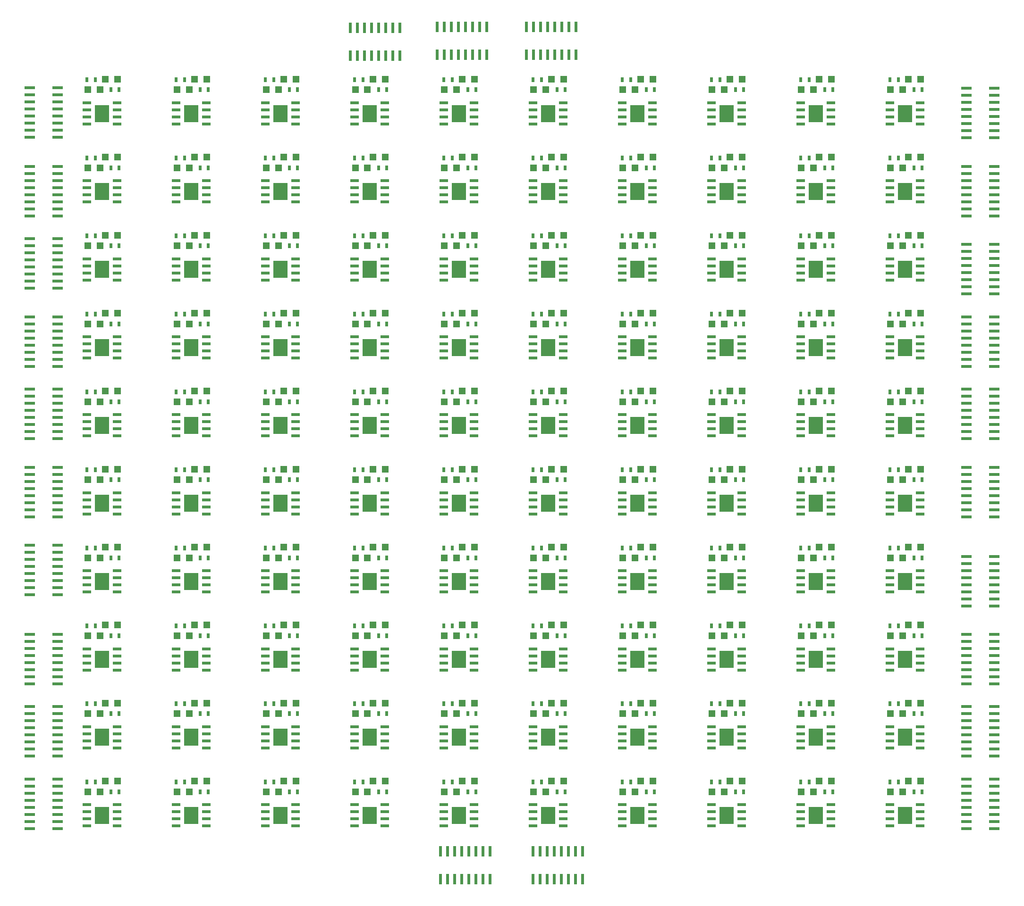
<source format=gbr>
G04 #@! TF.GenerationSoftware,KiCad,Pcbnew,5.0.0-rc2-dev-unknown-5a90858~64~ubuntu16.04.1*
G04 #@! TF.CreationDate,2018-12-18T14:43:22-05:00*
G04 #@! TF.ProjectId,ferrofluid_display,666572726F666C7569645F646973706C,rev?*
G04 #@! TF.SameCoordinates,Original*
G04 #@! TF.FileFunction,Paste,Top*
G04 #@! TF.FilePolarity,Positive*
%FSLAX46Y46*%
G04 Gerber Fmt 4.6, Leading zero omitted, Abs format (unit mm)*
G04 Created by KiCad (PCBNEW 5.0.0-rc2-dev-unknown-5a90858~64~ubuntu16.04.1) date Tue Dec 18 14:43:22 2018*
%MOMM*%
%LPD*%
G01*
G04 APERTURE LIST*
%ADD10R,1.200000X1.200000*%
%ADD11R,0.500000X0.900000*%
%ADD12R,1.905000X0.533400*%
%ADD13R,0.533400X1.905000*%
%ADD14R,1.550000X0.600000*%
%ADD15R,2.600000X3.100000*%
G04 APERTURE END LIST*
D10*
X120885000Y-56808000D03*
X123085000Y-56808000D03*
X126260000Y-54903000D03*
X124060000Y-54903000D03*
X136885000Y-56808000D03*
X139085000Y-56808000D03*
X142260000Y-54903000D03*
X140060000Y-54903000D03*
X152885000Y-56808000D03*
X155085000Y-56808000D03*
X158260000Y-54903000D03*
X156060000Y-54903000D03*
X168885000Y-56808000D03*
X171085000Y-56808000D03*
X174260000Y-54903000D03*
X172060000Y-54903000D03*
X184885000Y-56808000D03*
X187085000Y-56808000D03*
X188060000Y-54903000D03*
X190260000Y-54903000D03*
X203085000Y-56808000D03*
X200885000Y-56808000D03*
X204060000Y-54903000D03*
X206260000Y-54903000D03*
X219085000Y-56808000D03*
X216885000Y-56808000D03*
X222260000Y-54903000D03*
X220060000Y-54903000D03*
X232885000Y-56808000D03*
X235085000Y-56808000D03*
X236060000Y-54903000D03*
X238260000Y-54903000D03*
X248885000Y-56808000D03*
X251085000Y-56808000D03*
X252060000Y-54903000D03*
X254260000Y-54903000D03*
X267085000Y-56808000D03*
X264885000Y-56808000D03*
X270260000Y-54903000D03*
X268060000Y-54903000D03*
X120885000Y-70808000D03*
X123085000Y-70808000D03*
X126260000Y-68903000D03*
X124060000Y-68903000D03*
X136885000Y-70808000D03*
X139085000Y-70808000D03*
X140060000Y-68903000D03*
X142260000Y-68903000D03*
X155085000Y-70808000D03*
X152885000Y-70808000D03*
X156060000Y-68903000D03*
X158260000Y-68903000D03*
X168885000Y-70808000D03*
X171085000Y-70808000D03*
X172060000Y-68903000D03*
X174260000Y-68903000D03*
X187085000Y-70808000D03*
X184885000Y-70808000D03*
X188060000Y-68903000D03*
X190260000Y-68903000D03*
X203085000Y-70808000D03*
X200885000Y-70808000D03*
X204060000Y-68903000D03*
X206260000Y-68903000D03*
X219085000Y-70808000D03*
X216885000Y-70808000D03*
X220060000Y-68903000D03*
X222260000Y-68903000D03*
X235085000Y-70808000D03*
X232885000Y-70808000D03*
X236060000Y-68903000D03*
X238260000Y-68903000D03*
X251085000Y-70808000D03*
X248885000Y-70808000D03*
X252060000Y-68903000D03*
X254260000Y-68903000D03*
X267085000Y-70808000D03*
X264885000Y-70808000D03*
X268060000Y-68903000D03*
X270260000Y-68903000D03*
X123085000Y-84808000D03*
X120885000Y-84808000D03*
X126260000Y-82903000D03*
X124060000Y-82903000D03*
X139085000Y-84808000D03*
X136885000Y-84808000D03*
X140060000Y-82903000D03*
X142260000Y-82903000D03*
X155085000Y-84808000D03*
X152885000Y-84808000D03*
X156060000Y-82903000D03*
X158260000Y-82903000D03*
X168885000Y-84808000D03*
X171085000Y-84808000D03*
X174260000Y-82903000D03*
X172060000Y-82903000D03*
X187085000Y-84808000D03*
X184885000Y-84808000D03*
X188060000Y-82903000D03*
X190260000Y-82903000D03*
X203085000Y-84808000D03*
X200885000Y-84808000D03*
X206260000Y-82903000D03*
X204060000Y-82903000D03*
X216885000Y-84808000D03*
X219085000Y-84808000D03*
X222260000Y-82903000D03*
X220060000Y-82903000D03*
X232885000Y-84808000D03*
X235085000Y-84808000D03*
X238260000Y-82903000D03*
X236060000Y-82903000D03*
X248885000Y-84808000D03*
X251085000Y-84808000D03*
X254260000Y-82903000D03*
X252060000Y-82903000D03*
X264885000Y-84808000D03*
X267085000Y-84808000D03*
X270260000Y-82903000D03*
X268060000Y-82903000D03*
X120885000Y-98808000D03*
X123085000Y-98808000D03*
X126260000Y-96903000D03*
X124060000Y-96903000D03*
X139085000Y-98808000D03*
X136885000Y-98808000D03*
X142260000Y-96903000D03*
X140060000Y-96903000D03*
X152885000Y-98808000D03*
X155085000Y-98808000D03*
X158260000Y-96903000D03*
X156060000Y-96903000D03*
X168885000Y-98808000D03*
X171085000Y-98808000D03*
X174260000Y-96903000D03*
X172060000Y-96903000D03*
X184885000Y-98808000D03*
X187085000Y-98808000D03*
X190260000Y-96903000D03*
X188060000Y-96903000D03*
X200885000Y-98808000D03*
X203085000Y-98808000D03*
X206260000Y-96903000D03*
X204060000Y-96903000D03*
X216885000Y-98808000D03*
X219085000Y-98808000D03*
X220060000Y-96903000D03*
X222260000Y-96903000D03*
X235085000Y-98808000D03*
X232885000Y-98808000D03*
X236060000Y-96903000D03*
X238260000Y-96903000D03*
X251085000Y-98808000D03*
X248885000Y-98808000D03*
X252060000Y-96903000D03*
X254260000Y-96903000D03*
X267085000Y-98808000D03*
X264885000Y-98808000D03*
X268060000Y-96903000D03*
X270260000Y-96903000D03*
X123085000Y-112808000D03*
X120885000Y-112808000D03*
X126260000Y-110903000D03*
X124060000Y-110903000D03*
X136885000Y-112808000D03*
X139085000Y-112808000D03*
X142260000Y-110903000D03*
X140060000Y-110903000D03*
X152885000Y-112808000D03*
X155085000Y-112808000D03*
X158260000Y-110903000D03*
X156060000Y-110903000D03*
X168885000Y-112808000D03*
X171085000Y-112808000D03*
X172060000Y-110903000D03*
X174260000Y-110903000D03*
X187085000Y-112808000D03*
X184885000Y-112808000D03*
X188060000Y-110903000D03*
X190260000Y-110903000D03*
X200885000Y-112808000D03*
X203085000Y-112808000D03*
X204060000Y-110903000D03*
X206260000Y-110903000D03*
X219085000Y-112808000D03*
X216885000Y-112808000D03*
X220060000Y-110903000D03*
X222260000Y-110903000D03*
X235085000Y-112808000D03*
X232885000Y-112808000D03*
X236060000Y-110903000D03*
X238260000Y-110903000D03*
X251085000Y-112808000D03*
X248885000Y-112808000D03*
X254260000Y-110903000D03*
X252060000Y-110903000D03*
X267085000Y-112808000D03*
X264885000Y-112808000D03*
X268060000Y-110903000D03*
X270260000Y-110903000D03*
X120885000Y-126808000D03*
X123085000Y-126808000D03*
X124060000Y-124903000D03*
X126260000Y-124903000D03*
X136885000Y-126808000D03*
X139085000Y-126808000D03*
X140060000Y-124903000D03*
X142260000Y-124903000D03*
X152885000Y-126808000D03*
X155085000Y-126808000D03*
X156060000Y-124903000D03*
X158260000Y-124903000D03*
X171085000Y-126808000D03*
X168885000Y-126808000D03*
X174260000Y-124903000D03*
X172060000Y-124903000D03*
X187085000Y-126808000D03*
X184885000Y-126808000D03*
X190260000Y-124903000D03*
X188060000Y-124903000D03*
X200885000Y-126808000D03*
X203085000Y-126808000D03*
X206260000Y-124903000D03*
X204060000Y-124903000D03*
X219085000Y-126808000D03*
X216885000Y-126808000D03*
X222260000Y-124903000D03*
X220060000Y-124903000D03*
X235085000Y-126808000D03*
X232885000Y-126808000D03*
X236060000Y-124903000D03*
X238260000Y-124903000D03*
X248885000Y-126808000D03*
X251085000Y-126808000D03*
X252060000Y-124903000D03*
X254260000Y-124903000D03*
X264885000Y-126808000D03*
X267085000Y-126808000D03*
X268060000Y-124903000D03*
X270260000Y-124903000D03*
X120885000Y-140808000D03*
X123085000Y-140808000D03*
X124060000Y-138903000D03*
X126260000Y-138903000D03*
X136885000Y-140808000D03*
X139085000Y-140808000D03*
X140060000Y-138903000D03*
X142260000Y-138903000D03*
X155085000Y-140808000D03*
X152885000Y-140808000D03*
X158260000Y-138903000D03*
X156060000Y-138903000D03*
X171085000Y-140808000D03*
X168885000Y-140808000D03*
X174260000Y-138903000D03*
X172060000Y-138903000D03*
X187085000Y-140808000D03*
X184885000Y-140808000D03*
X190260000Y-138903000D03*
X188060000Y-138903000D03*
X203085000Y-140808000D03*
X200885000Y-140808000D03*
X206260000Y-138903000D03*
X204060000Y-138903000D03*
X216885000Y-140808000D03*
X219085000Y-140808000D03*
X222260000Y-138903000D03*
X220060000Y-138903000D03*
X235085000Y-140808000D03*
X232885000Y-140808000D03*
X238260000Y-138903000D03*
X236060000Y-138903000D03*
X251085000Y-140808000D03*
X248885000Y-140808000D03*
X254260000Y-138903000D03*
X252060000Y-138903000D03*
X267085000Y-140808000D03*
X264885000Y-140808000D03*
X270260000Y-138903000D03*
X268060000Y-138903000D03*
X123085000Y-154808000D03*
X120885000Y-154808000D03*
X124060000Y-152903000D03*
X126260000Y-152903000D03*
X139085000Y-154808000D03*
X136885000Y-154808000D03*
X142260000Y-152903000D03*
X140060000Y-152903000D03*
X155085000Y-154808000D03*
X152885000Y-154808000D03*
X158260000Y-152903000D03*
X156060000Y-152903000D03*
X171085000Y-154808000D03*
X168885000Y-154808000D03*
X174260000Y-152903000D03*
X172060000Y-152903000D03*
X187085000Y-154808000D03*
X184885000Y-154808000D03*
X190260000Y-152903000D03*
X188060000Y-152903000D03*
X200885000Y-154808000D03*
X203085000Y-154808000D03*
X204060000Y-152903000D03*
X206260000Y-152903000D03*
X216885000Y-154808000D03*
X219085000Y-154808000D03*
X220060000Y-152903000D03*
X222260000Y-152903000D03*
X232885000Y-154808000D03*
X235085000Y-154808000D03*
X236060000Y-152903000D03*
X238260000Y-152903000D03*
X248885000Y-154808000D03*
X251085000Y-154808000D03*
X252060000Y-152903000D03*
X254260000Y-152903000D03*
X267085000Y-154808000D03*
X264885000Y-154808000D03*
X268060000Y-152903000D03*
X270260000Y-152903000D03*
X120885000Y-168808000D03*
X123085000Y-168808000D03*
X124060000Y-166903000D03*
X126260000Y-166903000D03*
X136885000Y-168808000D03*
X139085000Y-168808000D03*
X140060000Y-166903000D03*
X142260000Y-166903000D03*
X152885000Y-168808000D03*
X155085000Y-168808000D03*
X156060000Y-166903000D03*
X158260000Y-166903000D03*
X168885000Y-168808000D03*
X171085000Y-168808000D03*
X174260000Y-166903000D03*
X172060000Y-166903000D03*
X187085000Y-168808000D03*
X184885000Y-168808000D03*
X190260000Y-166903000D03*
X188060000Y-166903000D03*
X203085000Y-168808000D03*
X200885000Y-168808000D03*
X206260000Y-166903000D03*
X204060000Y-166903000D03*
X219085000Y-168808000D03*
X216885000Y-168808000D03*
X222260000Y-166903000D03*
X220060000Y-166903000D03*
X235085000Y-168808000D03*
X232885000Y-168808000D03*
X238260000Y-166903000D03*
X236060000Y-166903000D03*
X251085000Y-168808000D03*
X248885000Y-168808000D03*
X254260000Y-166903000D03*
X252060000Y-166903000D03*
X267085000Y-168808000D03*
X264885000Y-168808000D03*
X270260000Y-166903000D03*
X268060000Y-166903000D03*
X123085000Y-182808000D03*
X120885000Y-182808000D03*
X126260000Y-180903000D03*
X124060000Y-180903000D03*
X139085000Y-182808000D03*
X136885000Y-182808000D03*
X140060000Y-180903000D03*
X142260000Y-180903000D03*
X152885000Y-182808000D03*
X155085000Y-182808000D03*
X156060000Y-180903000D03*
X158260000Y-180903000D03*
X168885000Y-182808000D03*
X171085000Y-182808000D03*
X172060000Y-180903000D03*
X174260000Y-180903000D03*
X184885000Y-182808000D03*
X187085000Y-182808000D03*
X188060000Y-180903000D03*
X190260000Y-180903000D03*
X200885000Y-182808000D03*
X203085000Y-182808000D03*
X206260000Y-180903000D03*
X204060000Y-180903000D03*
X216885000Y-182808000D03*
X219085000Y-182808000D03*
X220060000Y-180903000D03*
X222260000Y-180903000D03*
X232885000Y-182808000D03*
X235085000Y-182808000D03*
X236060000Y-180903000D03*
X238260000Y-180903000D03*
X248885000Y-182808000D03*
X251085000Y-182808000D03*
X252060000Y-180903000D03*
X254260000Y-180903000D03*
X264885000Y-182808000D03*
X267085000Y-182808000D03*
X270260000Y-180903000D03*
X268060000Y-180903000D03*
D11*
X125045000Y-56808000D03*
X126545000Y-56808000D03*
X122259762Y-55030500D03*
X120759762Y-55030500D03*
X141045000Y-56808000D03*
X142545000Y-56808000D03*
X138259762Y-55030500D03*
X136759762Y-55030500D03*
X157045000Y-56808000D03*
X158545000Y-56808000D03*
X154259762Y-55030500D03*
X152759762Y-55030500D03*
X173045000Y-56808000D03*
X174545000Y-56808000D03*
X170259762Y-55030500D03*
X168759762Y-55030500D03*
X189045000Y-56808000D03*
X190545000Y-56808000D03*
X186259762Y-55030500D03*
X184759762Y-55030500D03*
X205045000Y-56808000D03*
X206545000Y-56808000D03*
X202259762Y-55030500D03*
X200759762Y-55030500D03*
X221045000Y-56808000D03*
X222545000Y-56808000D03*
X218259762Y-55030500D03*
X216759762Y-55030500D03*
X237045000Y-56808000D03*
X238545000Y-56808000D03*
X234259762Y-55030500D03*
X232759762Y-55030500D03*
X254545000Y-56808000D03*
X253045000Y-56808000D03*
X248759762Y-55030500D03*
X250259762Y-55030500D03*
X270545000Y-56808000D03*
X269045000Y-56808000D03*
X264759762Y-55030500D03*
X266259762Y-55030500D03*
X126545000Y-70808000D03*
X125045000Y-70808000D03*
X122259762Y-69030500D03*
X120759762Y-69030500D03*
X141045000Y-70808000D03*
X142545000Y-70808000D03*
X138259762Y-69030500D03*
X136759762Y-69030500D03*
X157045000Y-70808000D03*
X158545000Y-70808000D03*
X152759762Y-69030500D03*
X154259762Y-69030500D03*
X173045000Y-70808000D03*
X174545000Y-70808000D03*
X170259762Y-69030500D03*
X168759762Y-69030500D03*
X189045000Y-70808000D03*
X190545000Y-70808000D03*
X184759762Y-69030500D03*
X186259762Y-69030500D03*
X205045000Y-70808000D03*
X206545000Y-70808000D03*
X202259762Y-69030500D03*
X200759762Y-69030500D03*
X221045000Y-70808000D03*
X222545000Y-70808000D03*
X218259762Y-69030500D03*
X216759762Y-69030500D03*
X237045000Y-70808000D03*
X238545000Y-70808000D03*
X234259762Y-69030500D03*
X232759762Y-69030500D03*
X253045000Y-70808000D03*
X254545000Y-70808000D03*
X250259762Y-69030500D03*
X248759762Y-69030500D03*
X270545000Y-70808000D03*
X269045000Y-70808000D03*
X264759762Y-69030500D03*
X266259762Y-69030500D03*
X126545000Y-84808000D03*
X125045000Y-84808000D03*
X120759762Y-83030500D03*
X122259762Y-83030500D03*
X142545000Y-84808000D03*
X141045000Y-84808000D03*
X136759762Y-83030500D03*
X138259762Y-83030500D03*
X158545000Y-84808000D03*
X157045000Y-84808000D03*
X152759762Y-83030500D03*
X154259762Y-83030500D03*
X174545000Y-84808000D03*
X173045000Y-84808000D03*
X168759762Y-83030500D03*
X170259762Y-83030500D03*
X190545000Y-84808000D03*
X189045000Y-84808000D03*
X184759762Y-83030500D03*
X186259762Y-83030500D03*
X206545000Y-84808000D03*
X205045000Y-84808000D03*
X200759762Y-83030500D03*
X202259762Y-83030500D03*
X222545000Y-84808000D03*
X221045000Y-84808000D03*
X216759762Y-83030500D03*
X218259762Y-83030500D03*
X238545000Y-84808000D03*
X237045000Y-84808000D03*
X232759762Y-83030500D03*
X234259762Y-83030500D03*
X254545000Y-84808000D03*
X253045000Y-84808000D03*
X248759762Y-83030500D03*
X250259762Y-83030500D03*
X269045000Y-84808000D03*
X270545000Y-84808000D03*
X264759762Y-83030500D03*
X266259762Y-83030500D03*
X126545000Y-98808000D03*
X125045000Y-98808000D03*
X120759762Y-97030500D03*
X122259762Y-97030500D03*
X142545000Y-98808000D03*
X141045000Y-98808000D03*
X136759762Y-97030500D03*
X138259762Y-97030500D03*
X158545000Y-98808000D03*
X157045000Y-98808000D03*
X152759762Y-97030500D03*
X154259762Y-97030500D03*
X174545000Y-98808000D03*
X173045000Y-98808000D03*
X168759762Y-97030500D03*
X170259762Y-97030500D03*
X190545000Y-98808000D03*
X189045000Y-98808000D03*
X184759762Y-97030500D03*
X186259762Y-97030500D03*
X205045000Y-98808000D03*
X206545000Y-98808000D03*
X200759762Y-97030500D03*
X202259762Y-97030500D03*
X222545000Y-98808000D03*
X221045000Y-98808000D03*
X218259762Y-97030500D03*
X216759762Y-97030500D03*
X238545000Y-98808000D03*
X237045000Y-98808000D03*
X232759762Y-97030500D03*
X234259762Y-97030500D03*
X253045000Y-98808000D03*
X254545000Y-98808000D03*
X250259762Y-97030500D03*
X248759762Y-97030500D03*
X269045000Y-98808000D03*
X270545000Y-98808000D03*
X266259762Y-97030500D03*
X264759762Y-97030500D03*
X125045000Y-112808000D03*
X126545000Y-112808000D03*
X122259762Y-111030500D03*
X120759762Y-111030500D03*
X141045000Y-112808000D03*
X142545000Y-112808000D03*
X138259762Y-111030500D03*
X136759762Y-111030500D03*
X158545000Y-112808000D03*
X157045000Y-112808000D03*
X152759762Y-111030500D03*
X154259762Y-111030500D03*
X173045000Y-112808000D03*
X174545000Y-112808000D03*
X170259762Y-111030500D03*
X168759762Y-111030500D03*
X189045000Y-112808000D03*
X190545000Y-112808000D03*
X186259762Y-111030500D03*
X184759762Y-111030500D03*
X205045000Y-112808000D03*
X206545000Y-112808000D03*
X202259762Y-111030500D03*
X200759762Y-111030500D03*
X221045000Y-112808000D03*
X222545000Y-112808000D03*
X218259762Y-111030500D03*
X216759762Y-111030500D03*
X237045000Y-112808000D03*
X238545000Y-112808000D03*
X234259762Y-111030500D03*
X232759762Y-111030500D03*
X253045000Y-112808000D03*
X254545000Y-112808000D03*
X250259762Y-111030500D03*
X248759762Y-111030500D03*
X269045000Y-112808000D03*
X270545000Y-112808000D03*
X266259762Y-111030500D03*
X264759762Y-111030500D03*
X126545000Y-126808000D03*
X125045000Y-126808000D03*
X122259762Y-125030500D03*
X120759762Y-125030500D03*
X142545000Y-126808000D03*
X141045000Y-126808000D03*
X138259762Y-125030500D03*
X136759762Y-125030500D03*
X157045000Y-126808000D03*
X158545000Y-126808000D03*
X154259762Y-125030500D03*
X152759762Y-125030500D03*
X173045000Y-126808000D03*
X174545000Y-126808000D03*
X170259762Y-125030500D03*
X168759762Y-125030500D03*
X189045000Y-126808000D03*
X190545000Y-126808000D03*
X184759762Y-125030500D03*
X186259762Y-125030500D03*
X206545000Y-126808000D03*
X205045000Y-126808000D03*
X202259762Y-125030500D03*
X200759762Y-125030500D03*
X221045000Y-126808000D03*
X222545000Y-126808000D03*
X218259762Y-125030500D03*
X216759762Y-125030500D03*
X237045000Y-126808000D03*
X238545000Y-126808000D03*
X234259762Y-125030500D03*
X232759762Y-125030500D03*
X253045000Y-126808000D03*
X254545000Y-126808000D03*
X250259762Y-125030500D03*
X248759762Y-125030500D03*
X269045000Y-126808000D03*
X270545000Y-126808000D03*
X264759762Y-125030500D03*
X266259762Y-125030500D03*
X126545000Y-140808000D03*
X125045000Y-140808000D03*
X120759762Y-139030500D03*
X122259762Y-139030500D03*
X142545000Y-140808000D03*
X141045000Y-140808000D03*
X136759762Y-139030500D03*
X138259762Y-139030500D03*
X158545000Y-140808000D03*
X157045000Y-140808000D03*
X152759762Y-139030500D03*
X154259762Y-139030500D03*
X174545000Y-140808000D03*
X173045000Y-140808000D03*
X168759762Y-139030500D03*
X170259762Y-139030500D03*
X190545000Y-140808000D03*
X189045000Y-140808000D03*
X184759762Y-139030500D03*
X186259762Y-139030500D03*
X206545000Y-140808000D03*
X205045000Y-140808000D03*
X200759762Y-139030500D03*
X202259762Y-139030500D03*
X222545000Y-140808000D03*
X221045000Y-140808000D03*
X216759762Y-139030500D03*
X218259762Y-139030500D03*
X238545000Y-140808000D03*
X237045000Y-140808000D03*
X232759762Y-139030500D03*
X234259762Y-139030500D03*
X254545000Y-140808000D03*
X253045000Y-140808000D03*
X248759762Y-139030500D03*
X250259762Y-139030500D03*
X270545000Y-140808000D03*
X269045000Y-140808000D03*
X266259762Y-139030500D03*
X264759762Y-139030500D03*
X126545000Y-154808000D03*
X125045000Y-154808000D03*
X120759762Y-153030500D03*
X122259762Y-153030500D03*
X142545000Y-154808000D03*
X141045000Y-154808000D03*
X138259762Y-153030500D03*
X136759762Y-153030500D03*
X158545000Y-154808000D03*
X157045000Y-154808000D03*
X152759762Y-153030500D03*
X154259762Y-153030500D03*
X174545000Y-154808000D03*
X173045000Y-154808000D03*
X168759762Y-153030500D03*
X170259762Y-153030500D03*
X190545000Y-154808000D03*
X189045000Y-154808000D03*
X184759762Y-153030500D03*
X186259762Y-153030500D03*
X206545000Y-154808000D03*
X205045000Y-154808000D03*
X200759762Y-153030500D03*
X202259762Y-153030500D03*
X222545000Y-154808000D03*
X221045000Y-154808000D03*
X216759762Y-153030500D03*
X218259762Y-153030500D03*
X238545000Y-154808000D03*
X237045000Y-154808000D03*
X232759762Y-153030500D03*
X234259762Y-153030500D03*
X253045000Y-154808000D03*
X254545000Y-154808000D03*
X250259762Y-153030500D03*
X248759762Y-153030500D03*
X269045000Y-154808000D03*
X270545000Y-154808000D03*
X266259762Y-153030500D03*
X264759762Y-153030500D03*
X126545000Y-168808000D03*
X125045000Y-168808000D03*
X122259762Y-167030500D03*
X120759762Y-167030500D03*
X141045000Y-168808000D03*
X142545000Y-168808000D03*
X138259762Y-167030500D03*
X136759762Y-167030500D03*
X157045000Y-168808000D03*
X158545000Y-168808000D03*
X154259762Y-167030500D03*
X152759762Y-167030500D03*
X173045000Y-168808000D03*
X174545000Y-168808000D03*
X170259762Y-167030500D03*
X168759762Y-167030500D03*
X189045000Y-168808000D03*
X190545000Y-168808000D03*
X186259762Y-167030500D03*
X184759762Y-167030500D03*
X205045000Y-168808000D03*
X206545000Y-168808000D03*
X202259762Y-167030500D03*
X200759762Y-167030500D03*
X221045000Y-168808000D03*
X222545000Y-168808000D03*
X216759762Y-167030500D03*
X218259762Y-167030500D03*
X238545000Y-168808000D03*
X237045000Y-168808000D03*
X232759762Y-167030500D03*
X234259762Y-167030500D03*
X254545000Y-168808000D03*
X253045000Y-168808000D03*
X250259762Y-167030500D03*
X248759762Y-167030500D03*
X269045000Y-168808000D03*
X270545000Y-168808000D03*
X266259762Y-167030500D03*
X264759762Y-167030500D03*
X125045000Y-182808000D03*
X126545000Y-182808000D03*
X120759762Y-181030500D03*
X122259762Y-181030500D03*
X141045000Y-182808000D03*
X142545000Y-182808000D03*
X138259762Y-181030500D03*
X136759762Y-181030500D03*
X157045000Y-182808000D03*
X158545000Y-182808000D03*
X152759762Y-181030500D03*
X154259762Y-181030500D03*
X173045000Y-182808000D03*
X174545000Y-182808000D03*
X170259762Y-181030500D03*
X168759762Y-181030500D03*
X189045000Y-182808000D03*
X190545000Y-182808000D03*
X186259762Y-181030500D03*
X184759762Y-181030500D03*
X205045000Y-182808000D03*
X206545000Y-182808000D03*
X202259762Y-181030500D03*
X200759762Y-181030500D03*
X221045000Y-182808000D03*
X222545000Y-182808000D03*
X218259762Y-181030500D03*
X216759762Y-181030500D03*
X237045000Y-182808000D03*
X238545000Y-182808000D03*
X234259762Y-181030500D03*
X232759762Y-181030500D03*
X253045000Y-182808000D03*
X254545000Y-182808000D03*
X250259762Y-181030500D03*
X248759762Y-181030500D03*
X269045000Y-182808000D03*
X270545000Y-182808000D03*
X266259762Y-181030500D03*
X264759762Y-181030500D03*
D12*
X278498100Y-180555000D03*
X278498100Y-181825000D03*
X278498100Y-183095000D03*
X278498100Y-184365000D03*
X278498100Y-185635000D03*
X278498100Y-186905000D03*
X278498100Y-188175000D03*
X278498100Y-189445000D03*
X283501900Y-189445000D03*
X283501900Y-188175000D03*
X283501900Y-186905000D03*
X283501900Y-185635000D03*
X283501900Y-184365000D03*
X283501900Y-183095000D03*
X283501900Y-181825000D03*
X283501900Y-180555000D03*
X110498100Y-65299001D03*
X110498100Y-64029001D03*
X110498100Y-62759001D03*
X110498100Y-61489001D03*
X110498100Y-60219001D03*
X110498100Y-58949001D03*
X110498100Y-57679001D03*
X110498100Y-56409001D03*
X115501900Y-56409001D03*
X115501900Y-57679001D03*
X115501900Y-58949001D03*
X115501900Y-60219001D03*
X115501900Y-61489001D03*
X115501900Y-62759001D03*
X115501900Y-64029001D03*
X115501900Y-65299001D03*
D13*
X199555000Y-50501900D03*
X200825000Y-50501900D03*
X202095000Y-50501900D03*
X203365000Y-50501900D03*
X204635000Y-50501900D03*
X205905000Y-50501900D03*
X207175000Y-50501900D03*
X208445000Y-50501900D03*
X208445000Y-45498100D03*
X207175000Y-45498100D03*
X205905000Y-45498100D03*
X204635000Y-45498100D03*
X203365000Y-45498100D03*
X202095000Y-45498100D03*
X200825000Y-45498100D03*
X199555000Y-45498100D03*
D12*
X283501900Y-56555000D03*
X283501900Y-57825000D03*
X283501900Y-59095000D03*
X283501900Y-60365000D03*
X283501900Y-61635000D03*
X283501900Y-62905000D03*
X283501900Y-64175000D03*
X283501900Y-65445000D03*
X278498100Y-65445000D03*
X278498100Y-64175000D03*
X278498100Y-62905000D03*
X278498100Y-61635000D03*
X278498100Y-60365000D03*
X278498100Y-59095000D03*
X278498100Y-57825000D03*
X278498100Y-56555000D03*
X115501900Y-133445000D03*
X115501900Y-132175000D03*
X115501900Y-130905000D03*
X115501900Y-129635000D03*
X115501900Y-128365000D03*
X115501900Y-127095000D03*
X115501900Y-125825000D03*
X115501900Y-124555000D03*
X110498100Y-124555000D03*
X110498100Y-125825000D03*
X110498100Y-127095000D03*
X110498100Y-128365000D03*
X110498100Y-129635000D03*
X110498100Y-130905000D03*
X110498100Y-132175000D03*
X110498100Y-133445000D03*
D13*
X209645000Y-198501900D03*
X208375000Y-198501900D03*
X207105000Y-198501900D03*
X205835000Y-198501900D03*
X204565000Y-198501900D03*
X203295000Y-198501900D03*
X202025000Y-198501900D03*
X200755000Y-198501900D03*
X200755000Y-193498100D03*
X202025000Y-193498100D03*
X203295000Y-193498100D03*
X204565000Y-193498100D03*
X205835000Y-193498100D03*
X207105000Y-193498100D03*
X208375000Y-193498100D03*
X209645000Y-193498100D03*
X167955000Y-50701900D03*
X169225000Y-50701900D03*
X170495000Y-50701900D03*
X171765000Y-50701900D03*
X173035000Y-50701900D03*
X174305000Y-50701900D03*
X175575000Y-50701900D03*
X176845000Y-50701900D03*
X176845000Y-45698100D03*
X175575000Y-45698100D03*
X174305000Y-45698100D03*
X173035000Y-45698100D03*
X171765000Y-45698100D03*
X170495000Y-45698100D03*
X169225000Y-45698100D03*
X167955000Y-45698100D03*
X183555000Y-45498100D03*
X184825000Y-45498100D03*
X186095000Y-45498100D03*
X187365000Y-45498100D03*
X188635000Y-45498100D03*
X189905000Y-45498100D03*
X191175000Y-45498100D03*
X192445000Y-45498100D03*
X192445000Y-50501900D03*
X191175000Y-50501900D03*
X189905000Y-50501900D03*
X188635000Y-50501900D03*
X187365000Y-50501900D03*
X186095000Y-50501900D03*
X184825000Y-50501900D03*
X183555000Y-50501900D03*
D12*
X278498100Y-70555000D03*
X278498100Y-71825000D03*
X278498100Y-73095000D03*
X278498100Y-74365000D03*
X278498100Y-75635000D03*
X278498100Y-76905000D03*
X278498100Y-78175000D03*
X278498100Y-79445000D03*
X283501900Y-79445000D03*
X283501900Y-78175000D03*
X283501900Y-76905000D03*
X283501900Y-75635000D03*
X283501900Y-74365000D03*
X283501900Y-73095000D03*
X283501900Y-71825000D03*
X283501900Y-70555000D03*
X110498100Y-147445000D03*
X110498100Y-146175000D03*
X110498100Y-144905000D03*
X110498100Y-143635000D03*
X110498100Y-142365000D03*
X110498100Y-141095000D03*
X110498100Y-139825000D03*
X110498100Y-138555000D03*
X115501900Y-138555000D03*
X115501900Y-139825000D03*
X115501900Y-141095000D03*
X115501900Y-142365000D03*
X115501900Y-143635000D03*
X115501900Y-144905000D03*
X115501900Y-146175000D03*
X115501900Y-147445000D03*
X278498100Y-140555000D03*
X278498100Y-141825000D03*
X278498100Y-143095000D03*
X278498100Y-144365000D03*
X278498100Y-145635000D03*
X278498100Y-146905000D03*
X278498100Y-148175000D03*
X278498100Y-149445000D03*
X283501900Y-149445000D03*
X283501900Y-148175000D03*
X283501900Y-146905000D03*
X283501900Y-145635000D03*
X283501900Y-144365000D03*
X283501900Y-143095000D03*
X283501900Y-141825000D03*
X283501900Y-140555000D03*
X110498100Y-79445000D03*
X110498100Y-78175000D03*
X110498100Y-76905000D03*
X110498100Y-75635000D03*
X110498100Y-74365000D03*
X110498100Y-73095000D03*
X110498100Y-71825000D03*
X110498100Y-70555000D03*
X115501900Y-70555000D03*
X115501900Y-71825000D03*
X115501900Y-73095000D03*
X115501900Y-74365000D03*
X115501900Y-75635000D03*
X115501900Y-76905000D03*
X115501900Y-78175000D03*
X115501900Y-79445000D03*
X278498100Y-97555000D03*
X278498100Y-98825000D03*
X278498100Y-100095000D03*
X278498100Y-101365000D03*
X278498100Y-102635000D03*
X278498100Y-103905000D03*
X278498100Y-105175000D03*
X278498100Y-106445000D03*
X283501900Y-106445000D03*
X283501900Y-105175000D03*
X283501900Y-103905000D03*
X283501900Y-102635000D03*
X283501900Y-101365000D03*
X283501900Y-100095000D03*
X283501900Y-98825000D03*
X283501900Y-97555000D03*
X283501900Y-84555000D03*
X283501900Y-85825000D03*
X283501900Y-87095000D03*
X283501900Y-88365000D03*
X283501900Y-89635000D03*
X283501900Y-90905000D03*
X283501900Y-92175000D03*
X283501900Y-93445000D03*
X278498100Y-93445000D03*
X278498100Y-92175000D03*
X278498100Y-90905000D03*
X278498100Y-89635000D03*
X278498100Y-88365000D03*
X278498100Y-87095000D03*
X278498100Y-85825000D03*
X278498100Y-84555000D03*
X115501900Y-163445000D03*
X115501900Y-162175000D03*
X115501900Y-160905000D03*
X115501900Y-159635000D03*
X115501900Y-158365000D03*
X115501900Y-157095000D03*
X115501900Y-155825000D03*
X115501900Y-154555000D03*
X110498100Y-154555000D03*
X110498100Y-155825000D03*
X110498100Y-157095000D03*
X110498100Y-158365000D03*
X110498100Y-159635000D03*
X110498100Y-160905000D03*
X110498100Y-162175000D03*
X110498100Y-163445000D03*
X283501900Y-154555000D03*
X283501900Y-155825000D03*
X283501900Y-157095000D03*
X283501900Y-158365000D03*
X283501900Y-159635000D03*
X283501900Y-160905000D03*
X283501900Y-162175000D03*
X283501900Y-163445000D03*
X278498100Y-163445000D03*
X278498100Y-162175000D03*
X278498100Y-160905000D03*
X278498100Y-159635000D03*
X278498100Y-158365000D03*
X278498100Y-157095000D03*
X278498100Y-155825000D03*
X278498100Y-154555000D03*
X115501900Y-92445000D03*
X115501900Y-91175000D03*
X115501900Y-89905000D03*
X115501900Y-88635000D03*
X115501900Y-87365000D03*
X115501900Y-86095000D03*
X115501900Y-84825000D03*
X115501900Y-83555000D03*
X110498100Y-83555000D03*
X110498100Y-84825000D03*
X110498100Y-86095000D03*
X110498100Y-87365000D03*
X110498100Y-88635000D03*
X110498100Y-89905000D03*
X110498100Y-91175000D03*
X110498100Y-92445000D03*
X283501900Y-110555000D03*
X283501900Y-111825000D03*
X283501900Y-113095000D03*
X283501900Y-114365000D03*
X283501900Y-115635000D03*
X283501900Y-116905000D03*
X283501900Y-118175000D03*
X283501900Y-119445000D03*
X278498100Y-119445000D03*
X278498100Y-118175000D03*
X278498100Y-116905000D03*
X278498100Y-115635000D03*
X278498100Y-114365000D03*
X278498100Y-113095000D03*
X278498100Y-111825000D03*
X278498100Y-110555000D03*
X115501900Y-119445000D03*
X115501900Y-118175000D03*
X115501900Y-116905000D03*
X115501900Y-115635000D03*
X115501900Y-114365000D03*
X115501900Y-113095000D03*
X115501900Y-111825000D03*
X115501900Y-110555000D03*
X110498100Y-110555000D03*
X110498100Y-111825000D03*
X110498100Y-113095000D03*
X110498100Y-114365000D03*
X110498100Y-115635000D03*
X110498100Y-116905000D03*
X110498100Y-118175000D03*
X110498100Y-119445000D03*
D13*
X193045000Y-198501900D03*
X191775000Y-198501900D03*
X190505000Y-198501900D03*
X189235000Y-198501900D03*
X187965000Y-198501900D03*
X186695000Y-198501900D03*
X185425000Y-198501900D03*
X184155000Y-198501900D03*
X184155000Y-193498100D03*
X185425000Y-193498100D03*
X186695000Y-193498100D03*
X187965000Y-193498100D03*
X189235000Y-193498100D03*
X190505000Y-193498100D03*
X191775000Y-193498100D03*
X193045000Y-193498100D03*
D12*
X278498100Y-167555000D03*
X278498100Y-168825000D03*
X278498100Y-170095000D03*
X278498100Y-171365000D03*
X278498100Y-172635000D03*
X278498100Y-173905000D03*
X278498100Y-175175000D03*
X278498100Y-176445000D03*
X283501900Y-176445000D03*
X283501900Y-175175000D03*
X283501900Y-173905000D03*
X283501900Y-172635000D03*
X283501900Y-171365000D03*
X283501900Y-170095000D03*
X283501900Y-168825000D03*
X283501900Y-167555000D03*
X110498100Y-106445000D03*
X110498100Y-105175000D03*
X110498100Y-103905000D03*
X110498100Y-102635000D03*
X110498100Y-101365000D03*
X110498100Y-100095000D03*
X110498100Y-98825000D03*
X110498100Y-97555000D03*
X115501900Y-97555000D03*
X115501900Y-98825000D03*
X115501900Y-100095000D03*
X115501900Y-101365000D03*
X115501900Y-102635000D03*
X115501900Y-103905000D03*
X115501900Y-105175000D03*
X115501900Y-106445000D03*
X278498100Y-124555000D03*
X278498100Y-125825000D03*
X278498100Y-127095000D03*
X278498100Y-128365000D03*
X278498100Y-129635000D03*
X278498100Y-130905000D03*
X278498100Y-132175000D03*
X278498100Y-133445000D03*
X283501900Y-133445000D03*
X283501900Y-132175000D03*
X283501900Y-130905000D03*
X283501900Y-129635000D03*
X283501900Y-128365000D03*
X283501900Y-127095000D03*
X283501900Y-125825000D03*
X283501900Y-124555000D03*
X110498100Y-189445000D03*
X110498100Y-188175000D03*
X110498100Y-186905000D03*
X110498100Y-185635000D03*
X110498100Y-184365000D03*
X110498100Y-183095000D03*
X110498100Y-181825000D03*
X110498100Y-180555000D03*
X115501900Y-180555000D03*
X115501900Y-181825000D03*
X115501900Y-183095000D03*
X115501900Y-184365000D03*
X115501900Y-185635000D03*
X115501900Y-186905000D03*
X115501900Y-188175000D03*
X115501900Y-189445000D03*
X115501900Y-176445000D03*
X115501900Y-175175000D03*
X115501900Y-173905000D03*
X115501900Y-172635000D03*
X115501900Y-171365000D03*
X115501900Y-170095000D03*
X115501900Y-168825000D03*
X115501900Y-167555000D03*
X110498100Y-167555000D03*
X110498100Y-168825000D03*
X110498100Y-170095000D03*
X110498100Y-171365000D03*
X110498100Y-172635000D03*
X110498100Y-173905000D03*
X110498100Y-175175000D03*
X110498100Y-176445000D03*
D14*
X126156905Y-59142500D03*
X126156905Y-60412500D03*
X126156905Y-61682500D03*
X126156905Y-62952500D03*
X120756905Y-62952500D03*
X120756905Y-61682500D03*
X120756905Y-60412500D03*
X120756905Y-59142500D03*
D15*
X123456905Y-61047500D03*
X139456905Y-61047500D03*
D14*
X136756905Y-59142500D03*
X136756905Y-60412500D03*
X136756905Y-61682500D03*
X136756905Y-62952500D03*
X142156905Y-62952500D03*
X142156905Y-61682500D03*
X142156905Y-60412500D03*
X142156905Y-59142500D03*
D15*
X155456905Y-61047500D03*
D14*
X152756905Y-59142500D03*
X152756905Y-60412500D03*
X152756905Y-61682500D03*
X152756905Y-62952500D03*
X158156905Y-62952500D03*
X158156905Y-61682500D03*
X158156905Y-60412500D03*
X158156905Y-59142500D03*
X174156905Y-59142500D03*
X174156905Y-60412500D03*
X174156905Y-61682500D03*
X174156905Y-62952500D03*
X168756905Y-62952500D03*
X168756905Y-61682500D03*
X168756905Y-60412500D03*
X168756905Y-59142500D03*
D15*
X171456905Y-61047500D03*
X187456905Y-61047500D03*
D14*
X184756905Y-59142500D03*
X184756905Y-60412500D03*
X184756905Y-61682500D03*
X184756905Y-62952500D03*
X190156905Y-62952500D03*
X190156905Y-61682500D03*
X190156905Y-60412500D03*
X190156905Y-59142500D03*
D15*
X203456905Y-61047500D03*
D14*
X200756905Y-59142500D03*
X200756905Y-60412500D03*
X200756905Y-61682500D03*
X200756905Y-62952500D03*
X206156905Y-62952500D03*
X206156905Y-61682500D03*
X206156905Y-60412500D03*
X206156905Y-59142500D03*
X222156905Y-59142500D03*
X222156905Y-60412500D03*
X222156905Y-61682500D03*
X222156905Y-62952500D03*
X216756905Y-62952500D03*
X216756905Y-61682500D03*
X216756905Y-60412500D03*
X216756905Y-59142500D03*
D15*
X219456905Y-61047500D03*
D14*
X238156905Y-59142500D03*
X238156905Y-60412500D03*
X238156905Y-61682500D03*
X238156905Y-62952500D03*
X232756905Y-62952500D03*
X232756905Y-61682500D03*
X232756905Y-60412500D03*
X232756905Y-59142500D03*
D15*
X235456905Y-61047500D03*
X251456905Y-61047500D03*
D14*
X248756905Y-59142500D03*
X248756905Y-60412500D03*
X248756905Y-61682500D03*
X248756905Y-62952500D03*
X254156905Y-62952500D03*
X254156905Y-61682500D03*
X254156905Y-60412500D03*
X254156905Y-59142500D03*
D15*
X267456905Y-61047500D03*
D14*
X264756905Y-59142500D03*
X264756905Y-60412500D03*
X264756905Y-61682500D03*
X264756905Y-62952500D03*
X270156905Y-62952500D03*
X270156905Y-61682500D03*
X270156905Y-60412500D03*
X270156905Y-59142500D03*
X126156905Y-73142500D03*
X126156905Y-74412500D03*
X126156905Y-75682500D03*
X126156905Y-76952500D03*
X120756905Y-76952500D03*
X120756905Y-75682500D03*
X120756905Y-74412500D03*
X120756905Y-73142500D03*
D15*
X123456905Y-75047500D03*
X139456905Y-75047500D03*
D14*
X136756905Y-73142500D03*
X136756905Y-74412500D03*
X136756905Y-75682500D03*
X136756905Y-76952500D03*
X142156905Y-76952500D03*
X142156905Y-75682500D03*
X142156905Y-74412500D03*
X142156905Y-73142500D03*
D15*
X155456905Y-75047500D03*
D14*
X152756905Y-73142500D03*
X152756905Y-74412500D03*
X152756905Y-75682500D03*
X152756905Y-76952500D03*
X158156905Y-76952500D03*
X158156905Y-75682500D03*
X158156905Y-74412500D03*
X158156905Y-73142500D03*
D15*
X171456905Y-75047500D03*
D14*
X168756905Y-73142500D03*
X168756905Y-74412500D03*
X168756905Y-75682500D03*
X168756905Y-76952500D03*
X174156905Y-76952500D03*
X174156905Y-75682500D03*
X174156905Y-74412500D03*
X174156905Y-73142500D03*
X190156905Y-73142500D03*
X190156905Y-74412500D03*
X190156905Y-75682500D03*
X190156905Y-76952500D03*
X184756905Y-76952500D03*
X184756905Y-75682500D03*
X184756905Y-74412500D03*
X184756905Y-73142500D03*
D15*
X187456905Y-75047500D03*
X203456905Y-75047500D03*
D14*
X200756905Y-73142500D03*
X200756905Y-74412500D03*
X200756905Y-75682500D03*
X200756905Y-76952500D03*
X206156905Y-76952500D03*
X206156905Y-75682500D03*
X206156905Y-74412500D03*
X206156905Y-73142500D03*
X222156905Y-73142500D03*
X222156905Y-74412500D03*
X222156905Y-75682500D03*
X222156905Y-76952500D03*
X216756905Y-76952500D03*
X216756905Y-75682500D03*
X216756905Y-74412500D03*
X216756905Y-73142500D03*
D15*
X219456905Y-75047500D03*
X235456905Y-75047500D03*
D14*
X232756905Y-73142500D03*
X232756905Y-74412500D03*
X232756905Y-75682500D03*
X232756905Y-76952500D03*
X238156905Y-76952500D03*
X238156905Y-75682500D03*
X238156905Y-74412500D03*
X238156905Y-73142500D03*
X254156905Y-73142500D03*
X254156905Y-74412500D03*
X254156905Y-75682500D03*
X254156905Y-76952500D03*
X248756905Y-76952500D03*
X248756905Y-75682500D03*
X248756905Y-74412500D03*
X248756905Y-73142500D03*
D15*
X251456905Y-75047500D03*
X267456905Y-75047500D03*
D14*
X264756905Y-73142500D03*
X264756905Y-74412500D03*
X264756905Y-75682500D03*
X264756905Y-76952500D03*
X270156905Y-76952500D03*
X270156905Y-75682500D03*
X270156905Y-74412500D03*
X270156905Y-73142500D03*
X126156905Y-87142500D03*
X126156905Y-88412500D03*
X126156905Y-89682500D03*
X126156905Y-90952500D03*
X120756905Y-90952500D03*
X120756905Y-89682500D03*
X120756905Y-88412500D03*
X120756905Y-87142500D03*
D15*
X123456905Y-89047500D03*
D14*
X142156905Y-87142500D03*
X142156905Y-88412500D03*
X142156905Y-89682500D03*
X142156905Y-90952500D03*
X136756905Y-90952500D03*
X136756905Y-89682500D03*
X136756905Y-88412500D03*
X136756905Y-87142500D03*
D15*
X139456905Y-89047500D03*
D14*
X158156905Y-87142500D03*
X158156905Y-88412500D03*
X158156905Y-89682500D03*
X158156905Y-90952500D03*
X152756905Y-90952500D03*
X152756905Y-89682500D03*
X152756905Y-88412500D03*
X152756905Y-87142500D03*
D15*
X155456905Y-89047500D03*
D14*
X174156905Y-87142500D03*
X174156905Y-88412500D03*
X174156905Y-89682500D03*
X174156905Y-90952500D03*
X168756905Y-90952500D03*
X168756905Y-89682500D03*
X168756905Y-88412500D03*
X168756905Y-87142500D03*
D15*
X171456905Y-89047500D03*
D14*
X190156905Y-87142500D03*
X190156905Y-88412500D03*
X190156905Y-89682500D03*
X190156905Y-90952500D03*
X184756905Y-90952500D03*
X184756905Y-89682500D03*
X184756905Y-88412500D03*
X184756905Y-87142500D03*
D15*
X187456905Y-89047500D03*
X203456905Y-89047500D03*
D14*
X200756905Y-87142500D03*
X200756905Y-88412500D03*
X200756905Y-89682500D03*
X200756905Y-90952500D03*
X206156905Y-90952500D03*
X206156905Y-89682500D03*
X206156905Y-88412500D03*
X206156905Y-87142500D03*
X222156905Y-87142500D03*
X222156905Y-88412500D03*
X222156905Y-89682500D03*
X222156905Y-90952500D03*
X216756905Y-90952500D03*
X216756905Y-89682500D03*
X216756905Y-88412500D03*
X216756905Y-87142500D03*
D15*
X219456905Y-89047500D03*
D14*
X238156905Y-87142500D03*
X238156905Y-88412500D03*
X238156905Y-89682500D03*
X238156905Y-90952500D03*
X232756905Y-90952500D03*
X232756905Y-89682500D03*
X232756905Y-88412500D03*
X232756905Y-87142500D03*
D15*
X235456905Y-89047500D03*
D14*
X254156905Y-87142500D03*
X254156905Y-88412500D03*
X254156905Y-89682500D03*
X254156905Y-90952500D03*
X248756905Y-90952500D03*
X248756905Y-89682500D03*
X248756905Y-88412500D03*
X248756905Y-87142500D03*
D15*
X251456905Y-89047500D03*
X267456905Y-89047500D03*
D14*
X264756905Y-87142500D03*
X264756905Y-88412500D03*
X264756905Y-89682500D03*
X264756905Y-90952500D03*
X270156905Y-90952500D03*
X270156905Y-89682500D03*
X270156905Y-88412500D03*
X270156905Y-87142500D03*
D15*
X123456905Y-103047500D03*
D14*
X120756905Y-101142500D03*
X120756905Y-102412500D03*
X120756905Y-103682500D03*
X120756905Y-104952500D03*
X126156905Y-104952500D03*
X126156905Y-103682500D03*
X126156905Y-102412500D03*
X126156905Y-101142500D03*
X142156905Y-101142500D03*
X142156905Y-102412500D03*
X142156905Y-103682500D03*
X142156905Y-104952500D03*
X136756905Y-104952500D03*
X136756905Y-103682500D03*
X136756905Y-102412500D03*
X136756905Y-101142500D03*
D15*
X139456905Y-103047500D03*
X155456905Y-103047500D03*
D14*
X152756905Y-101142500D03*
X152756905Y-102412500D03*
X152756905Y-103682500D03*
X152756905Y-104952500D03*
X158156905Y-104952500D03*
X158156905Y-103682500D03*
X158156905Y-102412500D03*
X158156905Y-101142500D03*
X174156905Y-101142500D03*
X174156905Y-102412500D03*
X174156905Y-103682500D03*
X174156905Y-104952500D03*
X168756905Y-104952500D03*
X168756905Y-103682500D03*
X168756905Y-102412500D03*
X168756905Y-101142500D03*
D15*
X171456905Y-103047500D03*
X187456905Y-103047500D03*
D14*
X184756905Y-101142500D03*
X184756905Y-102412500D03*
X184756905Y-103682500D03*
X184756905Y-104952500D03*
X190156905Y-104952500D03*
X190156905Y-103682500D03*
X190156905Y-102412500D03*
X190156905Y-101142500D03*
D15*
X203456905Y-103047500D03*
D14*
X200756905Y-101142500D03*
X200756905Y-102412500D03*
X200756905Y-103682500D03*
X200756905Y-104952500D03*
X206156905Y-104952500D03*
X206156905Y-103682500D03*
X206156905Y-102412500D03*
X206156905Y-101142500D03*
X222156905Y-101142500D03*
X222156905Y-102412500D03*
X222156905Y-103682500D03*
X222156905Y-104952500D03*
X216756905Y-104952500D03*
X216756905Y-103682500D03*
X216756905Y-102412500D03*
X216756905Y-101142500D03*
D15*
X219456905Y-103047500D03*
X235456905Y-103047500D03*
D14*
X232756905Y-101142500D03*
X232756905Y-102412500D03*
X232756905Y-103682500D03*
X232756905Y-104952500D03*
X238156905Y-104952500D03*
X238156905Y-103682500D03*
X238156905Y-102412500D03*
X238156905Y-101142500D03*
D15*
X251456905Y-103047500D03*
D14*
X248756905Y-101142500D03*
X248756905Y-102412500D03*
X248756905Y-103682500D03*
X248756905Y-104952500D03*
X254156905Y-104952500D03*
X254156905Y-103682500D03*
X254156905Y-102412500D03*
X254156905Y-101142500D03*
X270156905Y-101142500D03*
X270156905Y-102412500D03*
X270156905Y-103682500D03*
X270156905Y-104952500D03*
X264756905Y-104952500D03*
X264756905Y-103682500D03*
X264756905Y-102412500D03*
X264756905Y-101142500D03*
D15*
X267456905Y-103047500D03*
D14*
X126156905Y-115142500D03*
X126156905Y-116412500D03*
X126156905Y-117682500D03*
X126156905Y-118952500D03*
X120756905Y-118952500D03*
X120756905Y-117682500D03*
X120756905Y-116412500D03*
X120756905Y-115142500D03*
D15*
X123456905Y-117047500D03*
D14*
X142156905Y-115142500D03*
X142156905Y-116412500D03*
X142156905Y-117682500D03*
X142156905Y-118952500D03*
X136756905Y-118952500D03*
X136756905Y-117682500D03*
X136756905Y-116412500D03*
X136756905Y-115142500D03*
D15*
X139456905Y-117047500D03*
D14*
X158156905Y-115142500D03*
X158156905Y-116412500D03*
X158156905Y-117682500D03*
X158156905Y-118952500D03*
X152756905Y-118952500D03*
X152756905Y-117682500D03*
X152756905Y-116412500D03*
X152756905Y-115142500D03*
D15*
X155456905Y-117047500D03*
D14*
X174156905Y-115142500D03*
X174156905Y-116412500D03*
X174156905Y-117682500D03*
X174156905Y-118952500D03*
X168756905Y-118952500D03*
X168756905Y-117682500D03*
X168756905Y-116412500D03*
X168756905Y-115142500D03*
D15*
X171456905Y-117047500D03*
X187456905Y-117047500D03*
D14*
X184756905Y-115142500D03*
X184756905Y-116412500D03*
X184756905Y-117682500D03*
X184756905Y-118952500D03*
X190156905Y-118952500D03*
X190156905Y-117682500D03*
X190156905Y-116412500D03*
X190156905Y-115142500D03*
D15*
X203456905Y-117047500D03*
D14*
X200756905Y-115142500D03*
X200756905Y-116412500D03*
X200756905Y-117682500D03*
X200756905Y-118952500D03*
X206156905Y-118952500D03*
X206156905Y-117682500D03*
X206156905Y-116412500D03*
X206156905Y-115142500D03*
X222156905Y-115142500D03*
X222156905Y-116412500D03*
X222156905Y-117682500D03*
X222156905Y-118952500D03*
X216756905Y-118952500D03*
X216756905Y-117682500D03*
X216756905Y-116412500D03*
X216756905Y-115142500D03*
D15*
X219456905Y-117047500D03*
D14*
X238156905Y-115142500D03*
X238156905Y-116412500D03*
X238156905Y-117682500D03*
X238156905Y-118952500D03*
X232756905Y-118952500D03*
X232756905Y-117682500D03*
X232756905Y-116412500D03*
X232756905Y-115142500D03*
D15*
X235456905Y-117047500D03*
X251456905Y-117047500D03*
D14*
X248756905Y-115142500D03*
X248756905Y-116412500D03*
X248756905Y-117682500D03*
X248756905Y-118952500D03*
X254156905Y-118952500D03*
X254156905Y-117682500D03*
X254156905Y-116412500D03*
X254156905Y-115142500D03*
D15*
X267456905Y-117047500D03*
D14*
X264756905Y-115142500D03*
X264756905Y-116412500D03*
X264756905Y-117682500D03*
X264756905Y-118952500D03*
X270156905Y-118952500D03*
X270156905Y-117682500D03*
X270156905Y-116412500D03*
X270156905Y-115142500D03*
X126156905Y-129142500D03*
X126156905Y-130412500D03*
X126156905Y-131682500D03*
X126156905Y-132952500D03*
X120756905Y-132952500D03*
X120756905Y-131682500D03*
X120756905Y-130412500D03*
X120756905Y-129142500D03*
D15*
X123456905Y-131047500D03*
X139456905Y-131047500D03*
D14*
X136756905Y-129142500D03*
X136756905Y-130412500D03*
X136756905Y-131682500D03*
X136756905Y-132952500D03*
X142156905Y-132952500D03*
X142156905Y-131682500D03*
X142156905Y-130412500D03*
X142156905Y-129142500D03*
X158156905Y-129142500D03*
X158156905Y-130412500D03*
X158156905Y-131682500D03*
X158156905Y-132952500D03*
X152756905Y-132952500D03*
X152756905Y-131682500D03*
X152756905Y-130412500D03*
X152756905Y-129142500D03*
D15*
X155456905Y-131047500D03*
D14*
X174156905Y-129142500D03*
X174156905Y-130412500D03*
X174156905Y-131682500D03*
X174156905Y-132952500D03*
X168756905Y-132952500D03*
X168756905Y-131682500D03*
X168756905Y-130412500D03*
X168756905Y-129142500D03*
D15*
X171456905Y-131047500D03*
X187456905Y-131047500D03*
D14*
X184756905Y-129142500D03*
X184756905Y-130412500D03*
X184756905Y-131682500D03*
X184756905Y-132952500D03*
X190156905Y-132952500D03*
X190156905Y-131682500D03*
X190156905Y-130412500D03*
X190156905Y-129142500D03*
D15*
X203456905Y-131047500D03*
D14*
X200756905Y-129142500D03*
X200756905Y-130412500D03*
X200756905Y-131682500D03*
X200756905Y-132952500D03*
X206156905Y-132952500D03*
X206156905Y-131682500D03*
X206156905Y-130412500D03*
X206156905Y-129142500D03*
D15*
X219456905Y-131047500D03*
D14*
X216756905Y-129142500D03*
X216756905Y-130412500D03*
X216756905Y-131682500D03*
X216756905Y-132952500D03*
X222156905Y-132952500D03*
X222156905Y-131682500D03*
X222156905Y-130412500D03*
X222156905Y-129142500D03*
D15*
X235456905Y-131047500D03*
D14*
X232756905Y-129142500D03*
X232756905Y-130412500D03*
X232756905Y-131682500D03*
X232756905Y-132952500D03*
X238156905Y-132952500D03*
X238156905Y-131682500D03*
X238156905Y-130412500D03*
X238156905Y-129142500D03*
D15*
X251456905Y-131047500D03*
D14*
X248756905Y-129142500D03*
X248756905Y-130412500D03*
X248756905Y-131682500D03*
X248756905Y-132952500D03*
X254156905Y-132952500D03*
X254156905Y-131682500D03*
X254156905Y-130412500D03*
X254156905Y-129142500D03*
X270156905Y-129142500D03*
X270156905Y-130412500D03*
X270156905Y-131682500D03*
X270156905Y-132952500D03*
X264756905Y-132952500D03*
X264756905Y-131682500D03*
X264756905Y-130412500D03*
X264756905Y-129142500D03*
D15*
X267456905Y-131047500D03*
D14*
X126156905Y-143142500D03*
X126156905Y-144412500D03*
X126156905Y-145682500D03*
X126156905Y-146952500D03*
X120756905Y-146952500D03*
X120756905Y-145682500D03*
X120756905Y-144412500D03*
X120756905Y-143142500D03*
D15*
X123456905Y-145047500D03*
X139456905Y-145047500D03*
D14*
X136756905Y-143142500D03*
X136756905Y-144412500D03*
X136756905Y-145682500D03*
X136756905Y-146952500D03*
X142156905Y-146952500D03*
X142156905Y-145682500D03*
X142156905Y-144412500D03*
X142156905Y-143142500D03*
X158156905Y-143142500D03*
X158156905Y-144412500D03*
X158156905Y-145682500D03*
X158156905Y-146952500D03*
X152756905Y-146952500D03*
X152756905Y-145682500D03*
X152756905Y-144412500D03*
X152756905Y-143142500D03*
D15*
X155456905Y-145047500D03*
D14*
X174156905Y-143142500D03*
X174156905Y-144412500D03*
X174156905Y-145682500D03*
X174156905Y-146952500D03*
X168756905Y-146952500D03*
X168756905Y-145682500D03*
X168756905Y-144412500D03*
X168756905Y-143142500D03*
D15*
X171456905Y-145047500D03*
X187456905Y-145047500D03*
D14*
X184756905Y-143142500D03*
X184756905Y-144412500D03*
X184756905Y-145682500D03*
X184756905Y-146952500D03*
X190156905Y-146952500D03*
X190156905Y-145682500D03*
X190156905Y-144412500D03*
X190156905Y-143142500D03*
X206156905Y-143142500D03*
X206156905Y-144412500D03*
X206156905Y-145682500D03*
X206156905Y-146952500D03*
X200756905Y-146952500D03*
X200756905Y-145682500D03*
X200756905Y-144412500D03*
X200756905Y-143142500D03*
D15*
X203456905Y-145047500D03*
X219456905Y-145047500D03*
D14*
X216756905Y-143142500D03*
X216756905Y-144412500D03*
X216756905Y-145682500D03*
X216756905Y-146952500D03*
X222156905Y-146952500D03*
X222156905Y-145682500D03*
X222156905Y-144412500D03*
X222156905Y-143142500D03*
X238156905Y-143142500D03*
X238156905Y-144412500D03*
X238156905Y-145682500D03*
X238156905Y-146952500D03*
X232756905Y-146952500D03*
X232756905Y-145682500D03*
X232756905Y-144412500D03*
X232756905Y-143142500D03*
D15*
X235456905Y-145047500D03*
D14*
X254156905Y-143142500D03*
X254156905Y-144412500D03*
X254156905Y-145682500D03*
X254156905Y-146952500D03*
X248756905Y-146952500D03*
X248756905Y-145682500D03*
X248756905Y-144412500D03*
X248756905Y-143142500D03*
D15*
X251456905Y-145047500D03*
X267456905Y-145047500D03*
D14*
X264756905Y-143142500D03*
X264756905Y-144412500D03*
X264756905Y-145682500D03*
X264756905Y-146952500D03*
X270156905Y-146952500D03*
X270156905Y-145682500D03*
X270156905Y-144412500D03*
X270156905Y-143142500D03*
D15*
X123456905Y-159047500D03*
D14*
X120756905Y-157142500D03*
X120756905Y-158412500D03*
X120756905Y-159682500D03*
X120756905Y-160952500D03*
X126156905Y-160952500D03*
X126156905Y-159682500D03*
X126156905Y-158412500D03*
X126156905Y-157142500D03*
D15*
X139456905Y-159047500D03*
D14*
X136756905Y-157142500D03*
X136756905Y-158412500D03*
X136756905Y-159682500D03*
X136756905Y-160952500D03*
X142156905Y-160952500D03*
X142156905Y-159682500D03*
X142156905Y-158412500D03*
X142156905Y-157142500D03*
X158156905Y-157142500D03*
X158156905Y-158412500D03*
X158156905Y-159682500D03*
X158156905Y-160952500D03*
X152756905Y-160952500D03*
X152756905Y-159682500D03*
X152756905Y-158412500D03*
X152756905Y-157142500D03*
D15*
X155456905Y-159047500D03*
X171456905Y-159047500D03*
D14*
X168756905Y-157142500D03*
X168756905Y-158412500D03*
X168756905Y-159682500D03*
X168756905Y-160952500D03*
X174156905Y-160952500D03*
X174156905Y-159682500D03*
X174156905Y-158412500D03*
X174156905Y-157142500D03*
D15*
X187456905Y-159047500D03*
D14*
X184756905Y-157142500D03*
X184756905Y-158412500D03*
X184756905Y-159682500D03*
X184756905Y-160952500D03*
X190156905Y-160952500D03*
X190156905Y-159682500D03*
X190156905Y-158412500D03*
X190156905Y-157142500D03*
X206156905Y-157142500D03*
X206156905Y-158412500D03*
X206156905Y-159682500D03*
X206156905Y-160952500D03*
X200756905Y-160952500D03*
X200756905Y-159682500D03*
X200756905Y-158412500D03*
X200756905Y-157142500D03*
D15*
X203456905Y-159047500D03*
X219456905Y-159047500D03*
D14*
X216756905Y-157142500D03*
X216756905Y-158412500D03*
X216756905Y-159682500D03*
X216756905Y-160952500D03*
X222156905Y-160952500D03*
X222156905Y-159682500D03*
X222156905Y-158412500D03*
X222156905Y-157142500D03*
X238156905Y-157142500D03*
X238156905Y-158412500D03*
X238156905Y-159682500D03*
X238156905Y-160952500D03*
X232756905Y-160952500D03*
X232756905Y-159682500D03*
X232756905Y-158412500D03*
X232756905Y-157142500D03*
D15*
X235456905Y-159047500D03*
X251456905Y-159047500D03*
D14*
X248756905Y-157142500D03*
X248756905Y-158412500D03*
X248756905Y-159682500D03*
X248756905Y-160952500D03*
X254156905Y-160952500D03*
X254156905Y-159682500D03*
X254156905Y-158412500D03*
X254156905Y-157142500D03*
X270156905Y-157142500D03*
X270156905Y-158412500D03*
X270156905Y-159682500D03*
X270156905Y-160952500D03*
X264756905Y-160952500D03*
X264756905Y-159682500D03*
X264756905Y-158412500D03*
X264756905Y-157142500D03*
D15*
X267456905Y-159047500D03*
D14*
X126156905Y-171142500D03*
X126156905Y-172412500D03*
X126156905Y-173682500D03*
X126156905Y-174952500D03*
X120756905Y-174952500D03*
X120756905Y-173682500D03*
X120756905Y-172412500D03*
X120756905Y-171142500D03*
D15*
X123456905Y-173047500D03*
D14*
X142156905Y-171142500D03*
X142156905Y-172412500D03*
X142156905Y-173682500D03*
X142156905Y-174952500D03*
X136756905Y-174952500D03*
X136756905Y-173682500D03*
X136756905Y-172412500D03*
X136756905Y-171142500D03*
D15*
X139456905Y-173047500D03*
X155456905Y-173047500D03*
D14*
X152756905Y-171142500D03*
X152756905Y-172412500D03*
X152756905Y-173682500D03*
X152756905Y-174952500D03*
X158156905Y-174952500D03*
X158156905Y-173682500D03*
X158156905Y-172412500D03*
X158156905Y-171142500D03*
X174156905Y-171142500D03*
X174156905Y-172412500D03*
X174156905Y-173682500D03*
X174156905Y-174952500D03*
X168756905Y-174952500D03*
X168756905Y-173682500D03*
X168756905Y-172412500D03*
X168756905Y-171142500D03*
D15*
X171456905Y-173047500D03*
X187456905Y-173047500D03*
D14*
X184756905Y-171142500D03*
X184756905Y-172412500D03*
X184756905Y-173682500D03*
X184756905Y-174952500D03*
X190156905Y-174952500D03*
X190156905Y-173682500D03*
X190156905Y-172412500D03*
X190156905Y-171142500D03*
D15*
X203456905Y-173047500D03*
D14*
X200756905Y-171142500D03*
X200756905Y-172412500D03*
X200756905Y-173682500D03*
X200756905Y-174952500D03*
X206156905Y-174952500D03*
X206156905Y-173682500D03*
X206156905Y-172412500D03*
X206156905Y-171142500D03*
D15*
X219456905Y-173047500D03*
D14*
X216756905Y-171142500D03*
X216756905Y-172412500D03*
X216756905Y-173682500D03*
X216756905Y-174952500D03*
X222156905Y-174952500D03*
X222156905Y-173682500D03*
X222156905Y-172412500D03*
X222156905Y-171142500D03*
D15*
X235456905Y-173047500D03*
D14*
X232756905Y-171142500D03*
X232756905Y-172412500D03*
X232756905Y-173682500D03*
X232756905Y-174952500D03*
X238156905Y-174952500D03*
X238156905Y-173682500D03*
X238156905Y-172412500D03*
X238156905Y-171142500D03*
X254156905Y-171142500D03*
X254156905Y-172412500D03*
X254156905Y-173682500D03*
X254156905Y-174952500D03*
X248756905Y-174952500D03*
X248756905Y-173682500D03*
X248756905Y-172412500D03*
X248756905Y-171142500D03*
D15*
X251456905Y-173047500D03*
D14*
X270156905Y-171142500D03*
X270156905Y-172412500D03*
X270156905Y-173682500D03*
X270156905Y-174952500D03*
X264756905Y-174952500D03*
X264756905Y-173682500D03*
X264756905Y-172412500D03*
X264756905Y-171142500D03*
D15*
X267456905Y-173047500D03*
X123456905Y-187047500D03*
D14*
X120756905Y-185142500D03*
X120756905Y-186412500D03*
X120756905Y-187682500D03*
X120756905Y-188952500D03*
X126156905Y-188952500D03*
X126156905Y-187682500D03*
X126156905Y-186412500D03*
X126156905Y-185142500D03*
D15*
X139456905Y-187047500D03*
D14*
X136756905Y-185142500D03*
X136756905Y-186412500D03*
X136756905Y-187682500D03*
X136756905Y-188952500D03*
X142156905Y-188952500D03*
X142156905Y-187682500D03*
X142156905Y-186412500D03*
X142156905Y-185142500D03*
X158156905Y-185142500D03*
X158156905Y-186412500D03*
X158156905Y-187682500D03*
X158156905Y-188952500D03*
X152756905Y-188952500D03*
X152756905Y-187682500D03*
X152756905Y-186412500D03*
X152756905Y-185142500D03*
D15*
X155456905Y-187047500D03*
D14*
X174156905Y-185142500D03*
X174156905Y-186412500D03*
X174156905Y-187682500D03*
X174156905Y-188952500D03*
X168756905Y-188952500D03*
X168756905Y-187682500D03*
X168756905Y-186412500D03*
X168756905Y-185142500D03*
D15*
X171456905Y-187047500D03*
X187456905Y-187047500D03*
D14*
X184756905Y-185142500D03*
X184756905Y-186412500D03*
X184756905Y-187682500D03*
X184756905Y-188952500D03*
X190156905Y-188952500D03*
X190156905Y-187682500D03*
X190156905Y-186412500D03*
X190156905Y-185142500D03*
X206156905Y-185142500D03*
X206156905Y-186412500D03*
X206156905Y-187682500D03*
X206156905Y-188952500D03*
X200756905Y-188952500D03*
X200756905Y-187682500D03*
X200756905Y-186412500D03*
X200756905Y-185142500D03*
D15*
X203456905Y-187047500D03*
D14*
X222156905Y-185142500D03*
X222156905Y-186412500D03*
X222156905Y-187682500D03*
X222156905Y-188952500D03*
X216756905Y-188952500D03*
X216756905Y-187682500D03*
X216756905Y-186412500D03*
X216756905Y-185142500D03*
D15*
X219456905Y-187047500D03*
X235456905Y-187047500D03*
D14*
X232756905Y-185142500D03*
X232756905Y-186412500D03*
X232756905Y-187682500D03*
X232756905Y-188952500D03*
X238156905Y-188952500D03*
X238156905Y-187682500D03*
X238156905Y-186412500D03*
X238156905Y-185142500D03*
X254156905Y-185142500D03*
X254156905Y-186412500D03*
X254156905Y-187682500D03*
X254156905Y-188952500D03*
X248756905Y-188952500D03*
X248756905Y-187682500D03*
X248756905Y-186412500D03*
X248756905Y-185142500D03*
D15*
X251456905Y-187047500D03*
X267456905Y-187047500D03*
D14*
X264756905Y-185142500D03*
X264756905Y-186412500D03*
X264756905Y-187682500D03*
X264756905Y-188952500D03*
X270156905Y-188952500D03*
X270156905Y-187682500D03*
X270156905Y-186412500D03*
X270156905Y-185142500D03*
M02*

</source>
